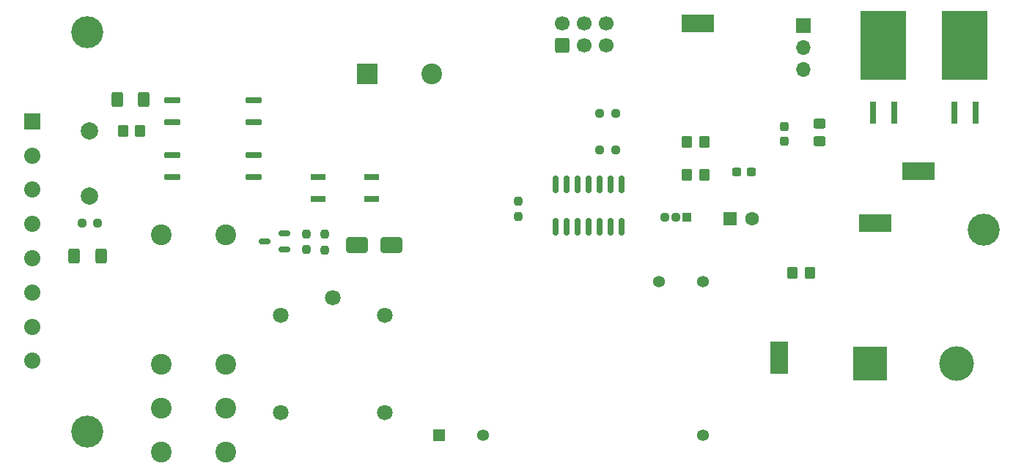
<source format=gts>
%TF.GenerationSoftware,KiCad,Pcbnew,7.0.0-1.fc36*%
%TF.CreationDate,2023-03-17T18:55:38-05:00*%
%TF.ProjectId,2275Mod,32323735-4d6f-4642-9e6b-696361645f70,rev?*%
%TF.SameCoordinates,Original*%
%TF.FileFunction,Soldermask,Top*%
%TF.FilePolarity,Negative*%
%FSLAX46Y46*%
G04 Gerber Fmt 4.6, Leading zero omitted, Abs format (unit mm)*
G04 Created by KiCad (PCBNEW 7.0.0-1.fc36) date 2023-03-17 18:55:38*
%MOMM*%
%LPD*%
G01*
G04 APERTURE LIST*
G04 Aperture macros list*
%AMRoundRect*
0 Rectangle with rounded corners*
0 $1 Rounding radius*
0 $2 $3 $4 $5 $6 $7 $8 $9 X,Y pos of 4 corners*
0 Add a 4 corners polygon primitive as box body*
4,1,4,$2,$3,$4,$5,$6,$7,$8,$9,$2,$3,0*
0 Add four circle primitives for the rounded corners*
1,1,$1+$1,$2,$3*
1,1,$1+$1,$4,$5*
1,1,$1+$1,$6,$7*
1,1,$1+$1,$8,$9*
0 Add four rect primitives between the rounded corners*
20,1,$1+$1,$2,$3,$4,$5,0*
20,1,$1+$1,$4,$5,$6,$7,0*
20,1,$1+$1,$6,$7,$8,$9,0*
20,1,$1+$1,$8,$9,$2,$3,0*%
G04 Aperture macros list end*
%ADD10RoundRect,0.250000X-0.350000X-0.450000X0.350000X-0.450000X0.350000X0.450000X-0.350000X0.450000X0*%
%ADD11RoundRect,0.250000X0.350000X0.450000X-0.350000X0.450000X-0.350000X-0.450000X0.350000X-0.450000X0*%
%ADD12R,2.400000X2.400000*%
%ADD13C,2.400000*%
%ADD14R,1.600000X1.600000*%
%ADD15C,1.600000*%
%ADD16RoundRect,0.237500X-0.250000X-0.237500X0.250000X-0.237500X0.250000X0.237500X-0.250000X0.237500X0*%
%ADD17R,1.700000X1.700000*%
%ADD18O,1.700000X1.700000*%
%ADD19RoundRect,0.150000X0.512500X0.150000X-0.512500X0.150000X-0.512500X-0.150000X0.512500X-0.150000X0*%
%ADD20R,1.358000X1.358000*%
%ADD21C,1.358000*%
%ADD22RoundRect,0.250000X-0.450000X0.325000X-0.450000X-0.325000X0.450000X-0.325000X0.450000X0.325000X0*%
%ADD23RoundRect,0.237500X-0.237500X0.250000X-0.237500X-0.250000X0.237500X-0.250000X0.237500X0.250000X0*%
%ADD24C,3.700000*%
%ADD25R,3.800000X2.030000*%
%ADD26R,2.030000X3.800000*%
%ADD27R,4.000000X4.000000*%
%ADD28C,4.000000*%
%ADD29R,0.711200X2.514600*%
%ADD30R,5.308600X8.026400*%
%ADD31R,1.725000X0.650000*%
%ADD32RoundRect,0.250000X-0.400000X-0.625000X0.400000X-0.625000X0.400000X0.625000X-0.400000X0.625000X0*%
%ADD33RoundRect,0.237500X-0.300000X-0.237500X0.300000X-0.237500X0.300000X0.237500X-0.300000X0.237500X0*%
%ADD34RoundRect,0.032000X-0.888000X-0.288000X0.888000X-0.288000X0.888000X0.288000X-0.888000X0.288000X0*%
%ADD35R,1.120000X1.120000*%
%ADD36C,1.120000*%
%ADD37RoundRect,0.150000X0.150000X-0.825000X0.150000X0.825000X-0.150000X0.825000X-0.150000X-0.825000X0*%
%ADD38RoundRect,0.250000X0.600000X-0.600000X0.600000X0.600000X-0.600000X0.600000X-0.600000X-0.600000X0*%
%ADD39C,1.700000*%
%ADD40RoundRect,0.250000X-1.000000X-0.650000X1.000000X-0.650000X1.000000X0.650000X-1.000000X0.650000X0*%
%ADD41C,1.808000*%
%ADD42C,2.000000*%
%ADD43R,1.874000X1.874000*%
%ADD44C,1.874000*%
%ADD45RoundRect,0.237500X-0.237500X0.287500X-0.237500X-0.287500X0.237500X-0.287500X0.237500X0.287500X0*%
G04 APERTURE END LIST*
D10*
%TO.C,R202*%
X182769000Y-89154000D03*
X184769000Y-89154000D03*
%TD*%
D11*
%TO.C,R204*%
X184769000Y-92964000D03*
X182769000Y-92964000D03*
%TD*%
D12*
%TO.C,C2*%
X145839245Y-81279999D03*
D13*
X153339246Y-81280000D03*
%TD*%
D14*
%TO.C,C3*%
X187770887Y-98043999D03*
D15*
X190270888Y-98044000D03*
%TD*%
D16*
%TO.C,R201*%
X172720000Y-90043000D03*
X174545000Y-90043000D03*
%TD*%
D11*
%TO.C,R1*%
X119634000Y-87884000D03*
X117634000Y-87884000D03*
%TD*%
D17*
%TO.C,J201*%
X196214999Y-75691999D03*
D18*
X196214999Y-78231999D03*
X196214999Y-80771999D03*
%TD*%
D19*
%TO.C,q1*%
X136271000Y-101600000D03*
X136271000Y-99700000D03*
X133996000Y-100650000D03*
%TD*%
D20*
%TO.C,PS1*%
X154167499Y-123104499D03*
D21*
X159247500Y-123104500D03*
X184647500Y-123104500D03*
X184647500Y-105324500D03*
X179567500Y-105324500D03*
%TD*%
D22*
%TO.C,D201*%
X198120000Y-86977000D03*
X198120000Y-89027000D03*
%TD*%
D13*
%TO.C,K1*%
X122047000Y-99917000D03*
X129540000Y-99917000D03*
X129540000Y-114903000D03*
X129540000Y-119983000D03*
X129540000Y-125063000D03*
X122047000Y-114903000D03*
X122047000Y-119983000D03*
X122047000Y-125063000D03*
%TD*%
D23*
%TO.C,R5*%
X138811000Y-99775000D03*
X138811000Y-101600000D03*
%TD*%
%TO.C,R6*%
X140970000Y-99798500D03*
X140970000Y-101623500D03*
%TD*%
D16*
%TO.C,R2*%
X112879500Y-98552000D03*
X114704500Y-98552000D03*
%TD*%
D24*
%TO.C,H3*%
X113538000Y-76454000D03*
%TD*%
%TO.C,H1*%
X113538000Y-122682000D03*
%TD*%
D25*
%TO.C,TP3*%
X209499199Y-92557599D03*
%TD*%
D26*
%TO.C,TP1*%
X193395599Y-114096799D03*
%TD*%
D27*
%TO.C,C201*%
X203928629Y-114807999D03*
D28*
X213928630Y-114808000D03*
%TD*%
D24*
%TO.C,H2*%
X217043000Y-99314000D03*
%TD*%
D29*
%TO.C,Q201*%
X213683999Y-85712299D03*
D30*
X214883999Y-77977999D03*
D29*
X216083999Y-85712299D03*
%TD*%
D31*
%TO.C,IC1*%
X140167999Y-93217999D03*
X140167999Y-95757999D03*
X146343999Y-95757999D03*
X146343999Y-93217999D03*
%TD*%
D32*
%TO.C,R3*%
X116941000Y-84201000D03*
X120041000Y-84201000D03*
%TD*%
D10*
%TO.C,R205*%
X194961000Y-104267000D03*
X196961000Y-104267000D03*
%TD*%
D33*
%TO.C,C200*%
X188494500Y-92583000D03*
X190219500Y-92583000D03*
%TD*%
D25*
%TO.C,TP4*%
X204520799Y-98501199D03*
%TD*%
D34*
%TO.C,U2*%
X123331000Y-84328000D03*
X123331000Y-86868000D03*
X132701000Y-86868000D03*
X132701000Y-84328000D03*
%TD*%
%TO.C,U3*%
X123331000Y-90678000D03*
X123331000Y-93218000D03*
X132701000Y-93218000D03*
X132701000Y-90678000D03*
%TD*%
D35*
%TO.C,U1*%
X182796249Y-97885499D03*
D36*
X181526250Y-97885500D03*
X180256250Y-97885500D03*
%TD*%
D16*
%TO.C,R200*%
X172720000Y-85852000D03*
X174545000Y-85852000D03*
%TD*%
D37*
%TO.C,U200*%
X167640000Y-98995000D03*
X168910000Y-98995000D03*
X170180000Y-98995000D03*
X171450000Y-98995000D03*
X172720000Y-98995000D03*
X173990000Y-98995000D03*
X175260000Y-98995000D03*
X175260000Y-94045000D03*
X173990000Y-94045000D03*
X172720000Y-94045000D03*
X171450000Y-94045000D03*
X170180000Y-94045000D03*
X168910000Y-94045000D03*
X167640000Y-94045000D03*
%TD*%
D29*
%TO.C,Q200*%
X204285999Y-85712299D03*
D30*
X205485999Y-77977999D03*
D29*
X206685999Y-85712299D03*
%TD*%
D38*
%TO.C,J200*%
X168402000Y-77978000D03*
D39*
X168402000Y-75438000D03*
X170942000Y-77978000D03*
X170942000Y-75438000D03*
X173482000Y-77978000D03*
X173482000Y-75438000D03*
%TD*%
D40*
%TO.C,D1*%
X144685000Y-101092000D03*
X148685000Y-101092000D03*
%TD*%
D41*
%TO.C,K2*%
X141876500Y-107177602D03*
X135876501Y-109177604D03*
X135876501Y-120477599D03*
X147876499Y-120477599D03*
X147876499Y-109177604D03*
%TD*%
D23*
%TO.C,R203*%
X163322000Y-95965000D03*
X163322000Y-97790000D03*
%TD*%
D42*
%TO.C,C1*%
X113792000Y-87884000D03*
X113792000Y-95384000D03*
%TD*%
D32*
%TO.C,R4*%
X111988000Y-102362000D03*
X115088000Y-102362000D03*
%TD*%
D25*
%TO.C,TP2*%
X183997599Y-75387199D03*
%TD*%
D43*
%TO.C,J1*%
X107185999Y-86757499D03*
D44*
X107186000Y-90717500D03*
X107186000Y-94677500D03*
X107186000Y-98637500D03*
X107186000Y-102597500D03*
X107186000Y-106557500D03*
X107186000Y-110517500D03*
X107186000Y-114477500D03*
%TD*%
D45*
%TO.C,D200*%
X194056000Y-87327000D03*
X194056000Y-89077000D03*
%TD*%
M02*

</source>
